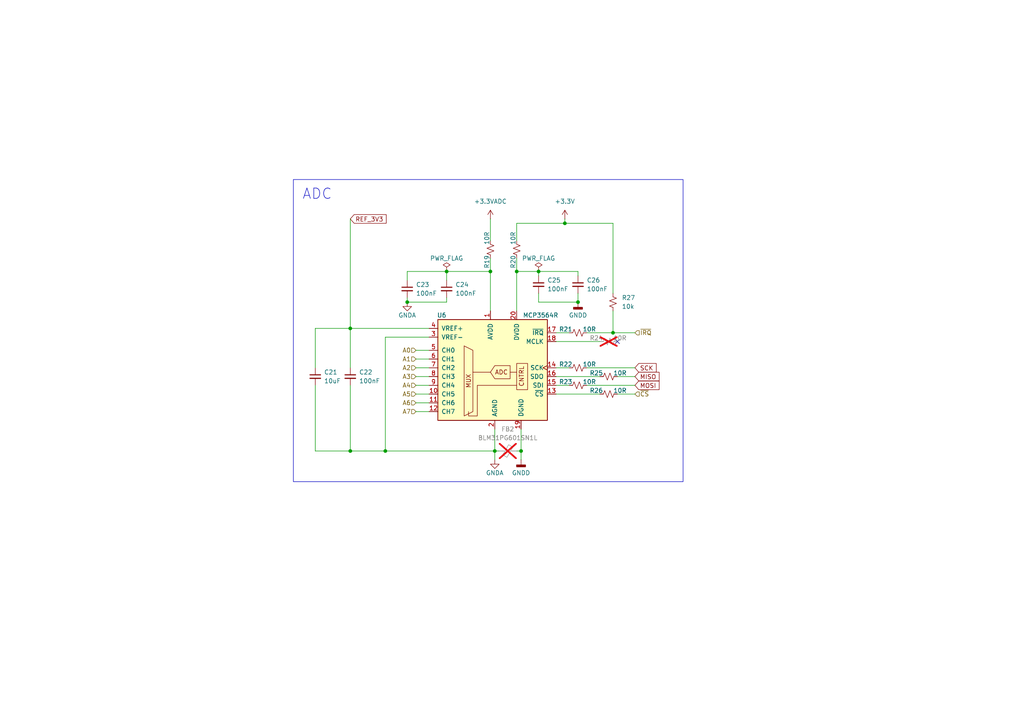
<source format=kicad_sch>
(kicad_sch (version 20250114) (generator "eeschema") (generator_version "9.0")
  (paper "A4")
  (title_block (title "FrothFET 8CH") (date "2024-08-21") (rev "E") (company "https://github.com/hoeken/frothfet"))
  (lib_symbols
    (symbol "Device:C_Small" (pin_numbers (hide yes)) (pin_names (offset 0.254) (hide yes))
      (property "Reference" "C" (at 0.254 1.778 0))
      (property "Value" "C_Small" (at 0.254 -2.032 0))
      (symbol "C_Small_0_1"
        (polyline (pts (xy -1.524 0.508) (xy 1.524 0.508)) (stroke (width 0.3048)))
        (polyline (pts (xy -1.524 -0.508) (xy 1.524 -0.508)) (stroke (width 0.3302)))
      )
      (symbol "C_Small_1_1"
        (pin passive line (at 0 2.54 270) (length 2.032) (name "~") (number "1"))
        (pin passive line (at 0 -2.54 90) (length 2.032) (name "~") (number "2"))
      )
    )
    (symbol "Device:FerriteBead_Small" (pin_numbers (hide yes)) (pin_names (offset 0))
      (property "Reference" "FB" (at 1.905 1.27 0))
      (property "Value" "FerriteBead_Small" (at 1.905 -1.27 0))
      (symbol "FerriteBead_Small_0_1"
        (polyline (pts (xy -1.8288 0.2794) (xy -1.1176 1.4986) (xy 1.8288 -0.2032) (xy 1.1176 -1.4224) (xy -1.8288 0.2794)))
        (polyline (pts (xy 0 0.889) (xy 0 1.2954)))
        (polyline (pts (xy 0 -1.27) (xy 0 -0.7874)))
      )
      (symbol "FerriteBead_Small_1_1"
        (pin passive line (at 0 2.54 270) (length 1.27) (name "~") (number "1"))
        (pin passive line (at 0 -2.54 90) (length 1.27) (name "~") (number "2"))
      )
    )
    (symbol "Device:R_Small_US" (pin_numbers (hide yes)) (pin_names (offset 0.254) (hide yes))
      (property "Reference" "R" (at 0.762 0.508 0))
      (property "Value" "R_Small_US" (at 0.762 -1.016 0))
      (symbol "R_Small_US_1_1"
        (polyline (pts (xy 0 1.524) (xy 1.016 1.143) (xy 0 0.762) (xy -1.016 0.381) (xy 0 0)))
        (polyline (pts (xy 0 0) (xy 1.016 -0.381) (xy 0 -0.762) (xy -1.016 -1.143) (xy 0 -1.524)))
        (pin passive line (at 0 2.54 270) (length 1.016) (name "~") (number "1"))
        (pin passive line (at 0 -2.54 90) (length 1.016) (name "~") (number "2"))
      )
    )
    (symbol "power:+3.3V" (power) (pin_numbers (hide yes)) (pin_names (offset 0) (hide yes))
      (property "Value" "+3.3V" (at 0 3.556 0))
      (symbol "+3.3V_0_1"
        (polyline (pts (xy -0.762 1.27) (xy 0 2.54)))
        (polyline (pts (xy 0 2.54) (xy 0.762 1.27)))
        (polyline (pts (xy 0 0) (xy 0 2.54)))
      )
      (symbol "+3.3V_1_1"
        (pin power_in line (at 0 0 90) (length 0) (name "~") (number "1"))
      )
    )
    (symbol "power:+3.3VADC" (power) (pin_numbers (hide yes)) (pin_names (offset 0) (hide yes))
      (property "Value" "+3.3VADC" (at 0 3.556 0))
      (symbol "+3.3VADC_0_0"
        (pin power_in line (at 0 0 90) (length 0) (name "~") (number "1"))
      )
      (symbol "+3.3VADC_0_1"
        (polyline (pts (xy -0.762 1.27) (xy 0 2.54)))
        (polyline (pts (xy 0 2.54) (xy 0.762 1.27)))
        (polyline (pts (xy 0 0) (xy 0 2.54)))
      )
    )
    (symbol "power:GNDA" (power) (pin_numbers (hide yes)) (pin_names (offset 0) (hide yes))
      (property "Value" "GNDA" (at 0 -3.81 0))
      (symbol "GNDA_0_1"
        (polyline (pts (xy 0 0) (xy 0 -1.27) (xy 1.27 -1.27) (xy 0 -2.54) (xy -1.27 -1.27) (xy 0 -1.27)))
      )
      (symbol "GNDA_1_1"
        (pin power_in line (at 0 0 270) (length 0) (name "~") (number "1"))
      )
    )
    (symbol "power:GNDD" (power) (pin_numbers (hide yes)) (pin_names (offset 0) (hide yes))
      (property "Value" "GNDD" (at 0 -3.175 0))
      (symbol "GNDD_0_1"
        (rectangle (start -1.27 -1.524) (end 1.27 -2.032) (stroke (width 0.254)) (fill (type outline)))
        (polyline (pts (xy 0 0) (xy 0 -1.524)))
      )
      (symbol "GNDD_1_1"
        (pin power_in line (at 0 0 270) (length 0) (name "~") (number "1"))
      )
    )
    (symbol "power:PWR_FLAG" (power) (pin_numbers (hide yes)) (pin_names (offset 0) (hide yes))
      (property "Value" "PWR_FLAG" (at 0 3.81 0))
      (symbol "PWR_FLAG_0_0"
        (pin power_out line (at 0 0 90) (length 0) (name "~") (number "1"))
      )
      (symbol "PWR_FLAG_0_1"
        (polyline (pts (xy 0 0) (xy 0 1.27) (xy -1.016 1.905) (xy 0 2.54) (xy 1.016 1.905) (xy 0 1.27)))
      )
    )
    (symbol "yarrboard:MCP3564R" (pin_names (offset 1.016))
      (property "Reference" "U" (at -5.08 15.875 0))
      (property "Value" "MCP3564R" (at -9.144 17.78 0))
      (symbol "MCP3564R_0_0"
        (text "MUX" (at -10.16 -1.27 900) (effects (font (size 1.27 1.27))))
        (text "ADC" (at -0.635 1.27 0) (effects (font (size 1.27 1.27))))
        (text "CNTRL" (at 5.969 -2.921 900) (effects (font (size 1.27 1.27)) (justify left bottom)))
      )
      (symbol "MCP3564R_0_1"
        (rectangle (start -19.05 16.51) (end 12.7 -12.7) (stroke (width 0.254)) (fill (type background)))
        (polyline (pts (xy -11.43 8.89) (xy -11.43 -11.43) (xy -8.89 -10.16) (xy -8.89 7.62) (xy -11.43 8.89)))
        (polyline (pts (xy -3.81 1.27) (xy -8.89 1.27)))
        (polyline (pts (xy 1.905 3.175) (xy 1.905 -0.635) (xy -2.54 -0.635) (xy -3.81 1.27) (xy -2.54 3.175) (xy 1.905 3.175)))
        (polyline (pts (xy 1.905 1.27) (xy 3.81 1.27)))
        (polyline (pts (xy 3.81 -2.54) (xy -7.62 -2.54) (xy -7.62 -11.43) (xy -10.16 -11.43) (xy -10.16 -10.16)))
        (rectangle (start 3.81 -3.81) (end 6.985 3.81))
      )
      (symbol "MCP3564R_1_1"
        (pin power_in line (at -21.59 13.97 0) (length 2.54) (name "VREF+") (number "4"))
        (pin power_in line (at -21.59 11.43 0) (length 2.54) (name "VREF-") (number "3"))
        (pin input line (at -21.59 7.62 0) (length 2.54) (name "CH0") (number "5"))
        (pin input line (at -21.59 5.08 0) (length 2.54) (name "CH1") (number "6"))
        (pin input line (at -21.59 2.54 0) (length 2.54) (name "CH2") (number "7"))
        (pin input line (at -21.59 0 0) (length 2.54) (name "CH3") (number "8"))
        (pin input line (at -21.59 -2.54 0) (length 2.54) (name "CH4") (number "9"))
        (pin input line (at -21.59 -5.08 0) (length 2.54) (name "CH5") (number "10"))
        (pin input line (at -21.59 -7.62 0) (length 2.54) (name "CH6") (number "11"))
        (pin input line (at -21.59 -10.16 0) (length 2.54) (name "CH7") (number "12"))
        (pin power_in line (at -3.81 19.05 270) (length 2.54) (name "AVDD") (number "1"))
        (pin power_in line (at -2.54 -15.24 90) (length 2.54) (name "AGND") (number "2"))
        (pin power_in line (at 3.81 19.05 270) (length 2.54) (name "DVDD") (number "20"))
        (pin power_in line (at 5.08 -15.24 90) (length 2.54) (name "DGND") (number "19"))
        (pin output line (at 15.24 12.7 180) (length 2.54) (name "~{IRQ}") (number "17"))
        (pin input line (at 15.24 10.16 180) (length 2.54) (name "MCLK") (number "18"))
        (pin input clock (at 15.24 2.54 180) (length 2.54) (name "SCK") (number "14"))
        (pin output line (at 15.24 0 180) (length 2.54) (name "SDO") (number "16"))
        (pin input line (at 15.24 -2.54 180) (length 2.54) (name "SDI") (number "15"))
        (pin input line (at 15.24 -5.08 180) (length 2.54) (name "~{CS}") (number "13"))
      )
    )
  )
  (rectangle (start 85.09 52.07) (end 198.12 139.7))
  (text "ADC\n" (at 87.63 58.166 0) (effects (font (size 3 3)) (justify left bottom)))
  (junction (at 149.86 78.74))
  (junction (at 163.83 64.77))
  (junction (at 142.24 78.74))
  (junction (at 101.6 130.81))
  (junction (at 167.64 87.63))
  (junction (at 118.11 87.63))
  (junction (at 143.51 130.81))
  (junction (at 156.21 78.74))
  (junction (at 111.76 130.81))
  (junction (at 101.6 95.25))
  (junction (at 129.54 78.74))
  (junction (at 151.13 130.81))
  (junction (at 177.8 96.52))
  (no_connect (at 179.07 99.06))
  (wire (pts (xy 143.51 124.46) (xy 143.51 130.81)))
  (wire (pts (xy 177.8 96.52) (xy 184.15 96.52)))
  (wire (pts (xy 173.99 114.3) (xy 161.29 114.3)))
  (wire (pts (xy 111.76 130.81) (xy 101.6 130.81)))
  (wire (pts (xy 184.15 106.68) (xy 170.18 106.68)))
  (wire (pts (xy 111.76 97.79) (xy 111.76 130.81)))
  (wire (pts (xy 167.64 78.74) (xy 167.64 80.01)))
  (wire (pts (xy 124.46 97.79) (xy 111.76 97.79)))
  (wire (pts (xy 173.99 109.22) (xy 161.29 109.22)))
  (wire (pts (xy 129.54 78.74) (xy 142.24 78.74)))
  (wire (pts (xy 101.6 95.25) (xy 101.6 106.68)))
  (wire (pts (xy 165.1 106.68) (xy 161.29 106.68)))
  (wire (pts (xy 124.46 111.76) (xy 120.65 111.76)))
  (wire (pts (xy 101.6 95.25) (xy 91.44 95.25)))
  (wire (pts (xy 177.8 90.17) (xy 177.8 96.52)))
  (wire (pts (xy 143.51 130.81) (xy 143.51 133.35)))
  (wire (pts (xy 91.44 130.81) (xy 101.6 130.81)))
  (wire (pts (xy 91.44 111.76) (xy 91.44 130.81)))
  (wire (pts (xy 101.6 95.25) (xy 124.46 95.25)))
  (wire (pts (xy 151.13 133.35) (xy 151.13 130.81)))
  (wire (pts (xy 165.1 111.76) (xy 161.29 111.76)))
  (wire (pts (xy 142.24 63.5) (xy 142.24 69.85)))
  (wire (pts (xy 184.15 109.22) (xy 179.07 109.22)))
  (wire (pts (xy 184.15 111.76) (xy 170.18 111.76)))
  (wire (pts (xy 149.86 130.81) (xy 151.13 130.81)))
  (wire (pts (xy 149.86 74.93) (xy 149.86 78.74)))
  (wire (pts (xy 156.21 87.63) (xy 167.64 87.63)))
  (wire (pts (xy 177.8 64.77) (xy 177.8 85.09)))
  (wire (pts (xy 101.6 63.5) (xy 101.6 95.25)))
  (wire (pts (xy 91.44 95.25) (xy 91.44 106.68)))
  (wire (pts (xy 124.46 109.22) (xy 120.65 109.22)))
  (wire (pts (xy 149.86 64.77) (xy 163.83 64.77)))
  (wire (pts (xy 129.54 78.74) (xy 129.54 81.28)))
  (wire (pts (xy 170.18 96.52) (xy 177.8 96.52)))
  (wire (pts (xy 101.6 111.76) (xy 101.6 130.81)))
  (wire (pts (xy 124.46 114.3) (xy 120.65 114.3)))
  (wire (pts (xy 129.54 78.74) (xy 118.11 78.74)))
  (wire (pts (xy 149.86 78.74) (xy 156.21 78.74)))
  (wire (pts (xy 124.46 116.84) (xy 120.65 116.84)))
  (wire (pts (xy 124.46 104.14) (xy 120.65 104.14)))
  (wire (pts (xy 167.64 85.09) (xy 167.64 87.63)))
  (wire (pts (xy 111.76 130.81) (xy 143.51 130.81)))
  (wire (pts (xy 156.21 78.74) (xy 156.21 80.01)))
  (wire (pts (xy 118.11 78.74) (xy 118.11 81.28)))
  (wire (pts (xy 129.54 86.36) (xy 129.54 87.63)))
  (wire (pts (xy 163.83 63.5) (xy 163.83 64.77)))
  (wire (pts (xy 161.29 96.52) (xy 165.1 96.52)))
  (wire (pts (xy 149.86 64.77) (xy 149.86 69.85)))
  (wire (pts (xy 143.51 130.81) (xy 144.78 130.81)))
  (wire (pts (xy 156.21 78.74) (xy 167.64 78.74)))
  (wire (pts (xy 156.21 87.63) (xy 156.21 85.09)))
  (wire (pts (xy 161.29 99.06) (xy 173.99 99.06)))
  (wire (pts (xy 151.13 124.46) (xy 151.13 130.81)))
  (wire (pts (xy 142.24 74.93) (xy 142.24 78.74)))
  (wire (pts (xy 142.24 78.74) (xy 142.24 90.17)))
  (wire (pts (xy 124.46 101.6) (xy 120.65 101.6)))
  (wire (pts (xy 184.15 114.3) (xy 179.07 114.3)))
  (wire (pts (xy 149.86 78.74) (xy 149.86 90.17)))
  (wire (pts (xy 129.54 87.63) (xy 118.11 87.63)))
  (wire (pts (xy 124.46 106.68) (xy 120.65 106.68)))
  (wire (pts (xy 124.46 119.38) (xy 120.65 119.38)))
  (wire (pts (xy 118.11 87.63) (xy 118.11 86.36)))
  (wire (pts (xy 163.83 64.77) (xy 177.8 64.77)))
  (global_label "REF_3V3" (shape input) (at 101.6 63.5 0) (property "Intersheetrefs" "${INTERSHEET_REFS}" (at 112.568 63.5 0) (effects (justify left))))
  (global_label "SCK" (shape input) (at 184.15 106.68 0) (property "Intersheetrefs" "${INTERSHEET_REFS}" (at 190.8847 106.68 0) (effects (justify left))))
  (global_label "MISO" (shape input) (at 184.15 109.22 0) (property "Intersheetrefs" "${INTERSHEET_REFS}" (at 191.7314 109.22 0) (effects (justify left))))
  (global_label "MOSI" (shape input) (at 184.15 111.76 0) (property "Intersheetrefs" "${INTERSHEET_REFS}" (at 191.7314 111.76 0) (effects (justify left))))
  (hierarchical_label "A6" (shape input) (at 120.65 116.84 180))
  (hierarchical_label "A5" (shape input) (at 120.65 114.3 180))
  (hierarchical_label "A2" (shape input) (at 120.65 106.68 180))
  (hierarchical_label "~{CS}" (shape input) (at 184.15 114.3 0))
  (hierarchical_label "A3" (shape input) (at 120.65 109.22 180))
  (hierarchical_label "A7" (shape input) (at 120.65 119.38 180))
  (hierarchical_label "~{IRQ}" (shape input) (at 184.15 96.52 0))
  (hierarchical_label "A0" (shape input) (at 120.65 101.6 180))
  (hierarchical_label "A4" (shape input) (at 120.65 111.76 180))
  (hierarchical_label "A1" (shape input) (at 120.65 104.14 180))
  (symbol (lib_id "Device:C_Small") (at 101.6 109.22 0) (unit 1)
    (property "Reference" "C22" (at 104.14 107.9563 0) (effects (justify left)))
    (property "Value" "100nF" (at 104.14 110.4963 0) (effects (justify left)))
    (property "Footprint" "Capacitor_SMD:C_0603_1608Metric" (effects (hide yes)))
  )
  (symbol (lib_id "power:+3.3V") (at 163.83 63.5 0) (unit 1)
    (property "Reference" "#PWR023" (effects (hide yes)))
    (property "Value" "+3.3V" (at 163.83 58.42 0))
    (property "Description" "Power symbol creates a global label with name \"+3.3V\"" (effects (hide yes)))
  )
  (symbol (lib_id "power:GNDD") (at 151.13 133.35 0) (unit 1)
    (property "Reference" "#PWR022" (effects (hide yes)))
    (property "Value" "GNDD" (at 151.13 137.16 0))
    (property "Description" "Power symbol creates a global label with name \"GNDD\" , digital ground" (effects (hide yes)))
  )
  (symbol (lib_id "Device:C_Small") (at 91.44 109.22 0) (unit 1)
    (property "Reference" "C21" (at 93.98 107.9563 0) (effects (justify left)))
    (property "Value" "10uF" (at 93.98 110.4963 0) (effects (justify left)))
    (property "Footprint" "Capacitor_SMD:C_0603_1608Metric" (effects (hide yes)))
  )
  (symbol (lib_id "power:PWR_FLAG") (at 156.21 78.74 0) (unit 1)
    (property "Reference" "#FLG08" (effects (hide yes)))
    (property "Value" "PWR_FLAG" (at 156.21 74.93 0))
    (property "Description" "Special symbol for telling ERC where power comes from" (effects (hide yes)))
  )
  (symbol (lib_id "Device:C_Small") (at 167.64 82.55 0) (unit 1)
    (property "Reference" "C26" (at 170.18 81.2863 0) (effects (justify left)))
    (property "Value" "100nF" (at 170.18 83.8263 0) (effects (justify left)))
    (property "Footprint" "Capacitor_SMD:C_0603_1608Metric" (effects (hide yes)))
  )
  (symbol (lib_id "Device:R_Small_US") (at 176.53 109.22 90) (unit 1)
    (property "Reference" "R25" (at 172.974 108.204 90))
    (property "Value" "10R" (at 179.832 108.204 90))
    (property "Footprint" "Resistor_SMD:R_0603_1608Metric" (effects (hide yes)))
  )
  (symbol (lib_id "Device:R_Small_US") (at 167.64 106.68 90) (unit 1)
    (property "Reference" "R22" (at 164.084 105.664 90))
    (property "Value" "10R" (at 170.942 105.664 90))
    (property "Footprint" "Resistor_SMD:R_0603_1608Metric" (effects (hide yes)))
  )
  (symbol (lib_id "Device:R_Small_US") (at 142.24 72.39 180) (unit 1)
    (property "Reference" "R19" (at 141.224 75.946 90))
    (property "Value" "10R" (at 141.224 69.088 90))
    (property "Footprint" "Resistor_SMD:R_0603_1608Metric" (effects (hide yes)))
  )
  (symbol (lib_id "Device:C_Small") (at 118.11 83.82 0) (unit 1)
    (property "Reference" "C23" (at 120.65 82.5563 0) (effects (justify left)))
    (property "Value" "100nF" (at 120.65 85.0963 0) (effects (justify left)))
    (property "Footprint" "Capacitor_SMD:C_0603_1608Metric" (effects (hide yes)))
  )
  (symbol (lib_id "Device:R_Small_US") (at 167.64 111.76 90) (unit 1)
    (property "Reference" "R23" (at 164.084 110.744 90))
    (property "Value" "10R" (at 170.942 110.744 90))
    (property "Footprint" "Resistor_SMD:R_0603_1608Metric" (effects (hide yes)))
  )
  (symbol (lib_id "power:PWR_FLAG") (at 129.54 78.74 0) (unit 1)
    (property "Reference" "#FLG07" (effects (hide yes)))
    (property "Value" "PWR_FLAG" (at 129.54 74.93 0))
    (property "Description" "Special symbol for telling ERC where power comes from" (effects (hide yes)))
  )
  (symbol (lib_id "Device:R_Small_US") (at 167.64 96.52 90) (unit 1)
    (property "Reference" "R21" (at 164.084 95.504 90))
    (property "Value" "10R" (at 170.942 95.504 90))
    (property "Footprint" "Resistor_SMD:R_0603_1608Metric" (effects (hide yes)))
  )
  (symbol (lib_id "power:GNDA") (at 143.51 133.35 0) (unit 1)
    (property "Reference" "#PWR021" (effects (hide yes)))
    (property "Value" "GNDA" (at 143.51 137.16 0))
    (property "Description" "Power symbol creates a global label with name \"GNDA\" , analog ground" (effects (hide yes)))
  )
  (symbol (lib_id "power:+3.3VADC") (at 142.24 63.5 0) (unit 1)
    (property "Reference" "#PWR020" (effects (hide yes)))
    (property "Value" "+3.3VADC" (at 142.24 58.42 0))
    (property "Description" "Power symbol creates a global label with name \"+3.3VADC\"" (effects (hide yes)))
  )
  (symbol (lib_id "Device:R_Small_US") (at 149.86 72.39 180) (unit 1)
    (property "Reference" "R20" (at 148.844 75.946 90))
    (property "Value" "10R" (at 148.844 69.088 90))
    (property "Footprint" "Resistor_SMD:R_0603_1608Metric" (effects (hide yes)))
  )
  (symbol (lib_id "Device:C_Small") (at 129.54 83.82 0) (unit 1)
    (property "Reference" "C24" (at 132.08 82.5563 0) (effects (justify left)))
    (property "Value" "100nF" (at 132.08 85.0963 0) (effects (justify left)))
    (property "Footprint" "Capacitor_SMD:C_0603_1608Metric" (effects (hide yes)))
  )
  (symbol (lib_id "Device:R_Small_US") (at 176.53 114.3 90) (unit 1)
    (property "Reference" "R26" (at 172.974 113.284 90))
    (property "Value" "10R" (at 179.832 113.284 90))
    (property "Footprint" "Resistor_SMD:R_0603_1608Metric" (effects (hide yes)))
  )
  (symbol (lib_id "power:GNDA") (at 118.11 87.63 0) (unit 1)
    (property "Reference" "#PWR019" (effects (hide yes)))
    (property "Value" "GNDA" (at 118.11 91.44 0))
    (property "Description" "Power symbol creates a global label with name \"GNDA\" , analog ground" (effects (hide yes)))
  )
  (symbol (lib_id "Device:FerriteBead_Small") (at 147.32 130.81 90) (unit 1) (dnp yes)
    (property "Reference" "FB2" (at 147.2819 124.46 90))
    (property "Value" "BLM31PG601SN1L" (at 147.2819 127 90))
    (property "Footprint" "Inductor_SMD:L_1206_3216Metric" (effects (hide yes)))
    (property "Description" "Ferrite bead, small symbol" (effects (hide yes)))
  )
  (symbol (lib_id "Device:C_Small") (at 156.21 82.55 0) (unit 1)
    (property "Reference" "C25" (at 158.75 81.2863 0) (effects (justify left)))
    (property "Value" "100nF" (at 158.75 83.8263 0) (effects (justify left)))
    (property "Footprint" "Capacitor_SMD:C_0603_1608Metric" (effects (hide yes)))
  )
  (symbol (lib_id "power:GNDD") (at 167.64 87.63 0) (unit 1)
    (property "Reference" "#PWR024" (effects (hide yes)))
    (property "Value" "GNDD" (at 167.64 91.44 0))
    (property "Description" "Power symbol creates a global label with name \"GNDD\" , digital ground" (effects (hide yes)))
  )
  (symbol (lib_id "Device:R_Small_US") (at 176.53 99.06 90) (unit 1) (dnp yes)
    (property "Reference" "R24" (at 172.974 98.044 90))
    (property "Value" "10R" (at 179.832 98.044 90))
    (property "Footprint" "Resistor_SMD:R_0603_1608Metric" (effects (hide yes)))
  )
  (symbol (lib_id "yarrboard:MCP3564R") (at 146.05 109.22 0) (unit 1)
    (property "Reference" "U6" (at 126.746 91.44 0) (effects (justify left)))
    (property "Value" "MCP3564R" (at 151.638 91.44 0) (effects (justify left)))
    (property "Footprint" "Package_SO:TSSOP-20_4.4x6.5mm_P0.65mm" (effects (hide yes)))
    (property "Datasheet" "https://ww1.microchip.com/downloads/aemDocuments/documents/APID/ProductDocuments/DataSheets/MCP3561_2_4R-Data-Sheet-DS200006391C.pdf" (effects (hide yes)))
    (property "Description" "Two/Four/Eight-Channel, 153.6 ksps, Low Noise24-Bit Delta-Sigma ADCs with Internal Voltage Reference" (effects (hide yes)))
    (property "Mouser" "579-MCP3564R-E/ST " (effects (hide yes)))
  )
  (symbol (lib_id "Device:R_Small_US") (at 177.8 87.63 0) (unit 1)
    (property "Reference" "R27" (at 180.34 86.3599 0) (effects (justify left)))
    (property "Value" "10k" (at 180.34 88.8999 0) (effects (justify left)))
    (property "Footprint" "Resistor_SMD:R_0603_1608Metric" (effects (hide yes)))
  )
)
</source>
